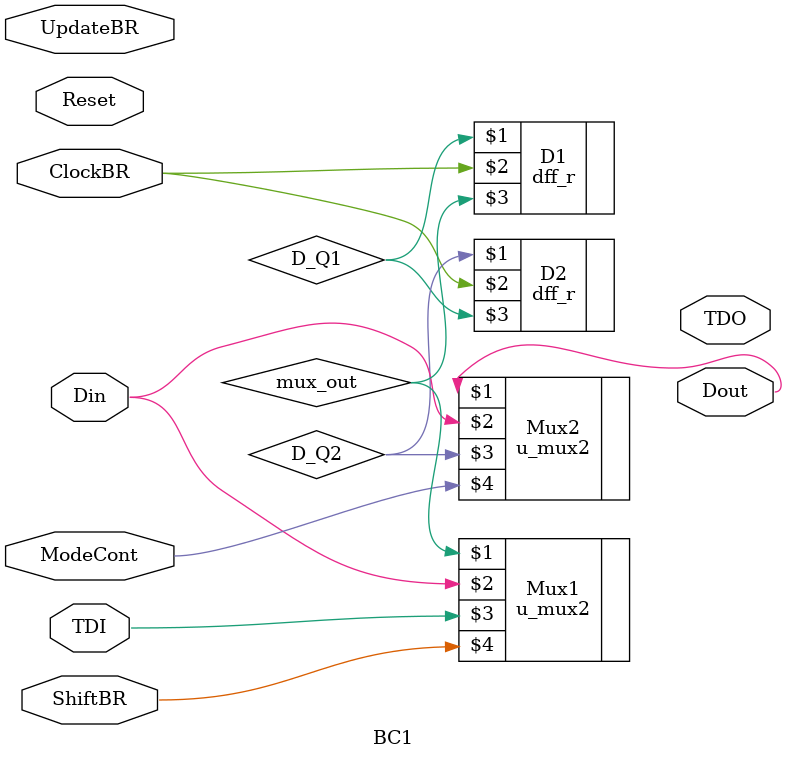
<source format=v>
module BC1(Din, TDI, ShiftBR, UpdateBR, ClockBR, ModeCont, TDO, Dout, Reset);

    input Din, TDI, ShiftBR, UpdateBR;
    input ClockBR, ModeCont, Reset;
    output Dout, TDO;
    wire D_DF1, mux_out, D_Q1, D_Q2;

    u_mux2 Mux1(mux_out, Din, TDI, ShiftBR);

    dff_r D1(D_Q1, ClockBR, mux_out);
    dff_r D2(D_Q2, ClockBR, D_Q1);

    u_mux2 Mux2(Dout, Din, D_Q2, ModeCont);
    
endmodule    
    



</source>
